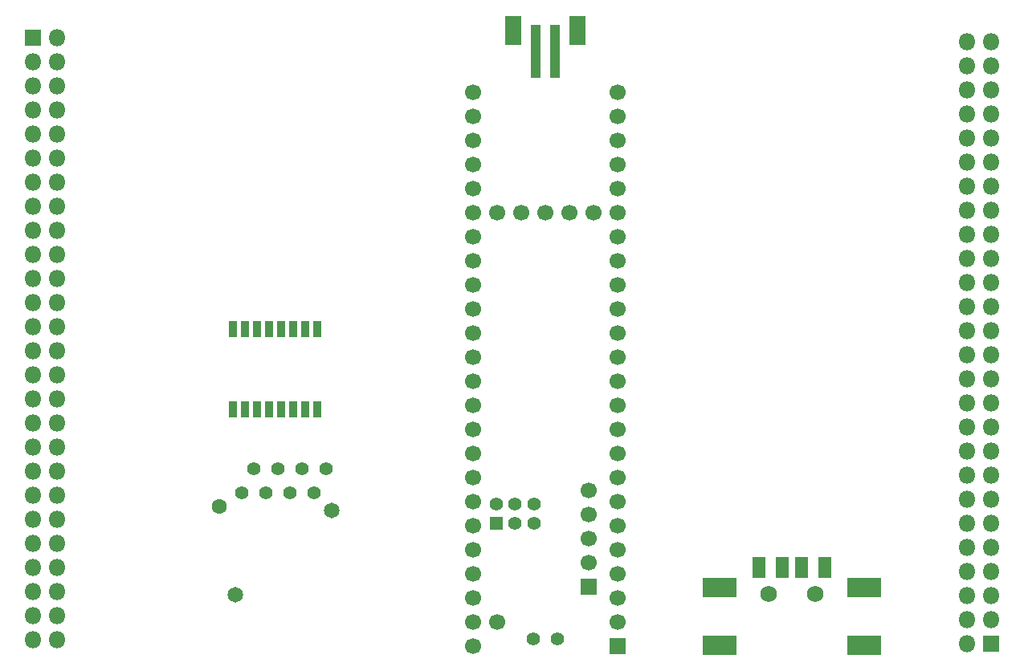
<source format=gbr>
%TF.GenerationSoftware,KiCad,Pcbnew,(5.1.6)-1*%
%TF.CreationDate,2020-08-15T20:42:22+02:00*%
%TF.ProjectId,teensypcbn,7465656e-7379-4706-9362-6e2e6b696361,rev?*%
%TF.SameCoordinates,Original*%
%TF.FileFunction,Soldermask,Top*%
%TF.FilePolarity,Negative*%
%FSLAX46Y46*%
G04 Gerber Fmt 4.6, Leading zero omitted, Abs format (unit mm)*
G04 Created by KiCad (PCBNEW (5.1.6)-1) date 2020-08-15 20:42:22*
%MOMM*%
%LPD*%
G01*
G04 APERTURE LIST*
%ADD10R,1.100000X5.600000*%
%ADD11R,1.700000X3.100000*%
%ADD12R,1.800000X1.800000*%
%ADD13O,1.800000X1.800000*%
%ADD14R,1.350000X2.200000*%
%ADD15R,3.600000X2.100000*%
%ADD16C,1.750000*%
%ADD17C,1.400000*%
%ADD18C,1.600000*%
%ADD19C,1.650000*%
%ADD20R,0.860000X1.750000*%
%ADD21C,1.700000*%
%ADD22R,1.700000X1.700000*%
%ADD23R,1.400000X1.400000*%
G04 APERTURE END LIST*
D10*
%TO.C,BT1*%
X177000000Y-60500000D03*
X179000000Y-60500000D03*
D11*
X174600000Y-58250000D03*
X181400000Y-58250000D03*
%TD*%
D12*
%TO.C,J1*%
X225000000Y-123000000D03*
D13*
X222460000Y-123000000D03*
X225000000Y-120460000D03*
X222460000Y-120460000D03*
X225000000Y-117920000D03*
X222460000Y-117920000D03*
X225000000Y-115380000D03*
X222460000Y-115380000D03*
X225000000Y-112840000D03*
X222460000Y-112840000D03*
X225000000Y-110300000D03*
X222460000Y-110300000D03*
X225000000Y-107760000D03*
X222460000Y-107760000D03*
X225000000Y-105220000D03*
X222460000Y-105220000D03*
X225000000Y-102680000D03*
X222460000Y-102680000D03*
X225000000Y-100140000D03*
X222460000Y-100140000D03*
X225000000Y-97600000D03*
X222460000Y-97600000D03*
X225000000Y-95060000D03*
X222460000Y-95060000D03*
X225000000Y-92520000D03*
X222460000Y-92520000D03*
X225000000Y-89980000D03*
X222460000Y-89980000D03*
X225000000Y-87440000D03*
X222460000Y-87440000D03*
X225000000Y-84900000D03*
X222460000Y-84900000D03*
X225000000Y-82360000D03*
X222460000Y-82360000D03*
X225000000Y-79820000D03*
X222460000Y-79820000D03*
X225000000Y-77280000D03*
X222460000Y-77280000D03*
X225000000Y-74740000D03*
X222460000Y-74740000D03*
X225000000Y-72200000D03*
X222460000Y-72200000D03*
X225000000Y-69660000D03*
X222460000Y-69660000D03*
X225000000Y-67120000D03*
X222460000Y-67120000D03*
X225000000Y-64580000D03*
X222460000Y-64580000D03*
X225000000Y-62040000D03*
X222460000Y-62040000D03*
X225000000Y-59500000D03*
X222460000Y-59500000D03*
%TD*%
%TO.C,J2*%
X126540000Y-122500000D03*
X124000000Y-122500000D03*
X126540000Y-119960000D03*
X124000000Y-119960000D03*
X126540000Y-117420000D03*
X124000000Y-117420000D03*
X126540000Y-114880000D03*
X124000000Y-114880000D03*
X126540000Y-112340000D03*
X124000000Y-112340000D03*
X126540000Y-109800000D03*
X124000000Y-109800000D03*
X126540000Y-107260000D03*
X124000000Y-107260000D03*
X126540000Y-104720000D03*
X124000000Y-104720000D03*
X126540000Y-102180000D03*
X124000000Y-102180000D03*
X126540000Y-99640000D03*
X124000000Y-99640000D03*
X126540000Y-97100000D03*
X124000000Y-97100000D03*
X126540000Y-94560000D03*
X124000000Y-94560000D03*
X126540000Y-92020000D03*
X124000000Y-92020000D03*
X126540000Y-89480000D03*
X124000000Y-89480000D03*
X126540000Y-86940000D03*
X124000000Y-86940000D03*
X126540000Y-84400000D03*
X124000000Y-84400000D03*
X126540000Y-81860000D03*
X124000000Y-81860000D03*
X126540000Y-79320000D03*
X124000000Y-79320000D03*
X126540000Y-76780000D03*
X124000000Y-76780000D03*
X126540000Y-74240000D03*
X124000000Y-74240000D03*
X126540000Y-71700000D03*
X124000000Y-71700000D03*
X126540000Y-69160000D03*
X124000000Y-69160000D03*
X126540000Y-66620000D03*
X124000000Y-66620000D03*
X126540000Y-64080000D03*
X124000000Y-64080000D03*
X126540000Y-61540000D03*
X124000000Y-61540000D03*
X126540000Y-59000000D03*
D12*
X124000000Y-59000000D03*
%TD*%
D14*
%TO.C,J3*%
X200500000Y-114900000D03*
X203000000Y-114900000D03*
X205000000Y-114900000D03*
X207500000Y-114900000D03*
D15*
X211625000Y-117000000D03*
X211625000Y-123100000D03*
X196375000Y-123100000D03*
X196375000Y-117000000D03*
D16*
X201550000Y-117700000D03*
X206450000Y-117700000D03*
%TD*%
D17*
%TO.C,J4*%
X146000000Y-107000000D03*
X147270000Y-104460000D03*
X148540000Y-107000000D03*
X149810000Y-104460000D03*
X151080000Y-107000000D03*
X152350000Y-104460000D03*
X153620000Y-107000000D03*
X154890000Y-104460000D03*
D18*
X143645000Y-108470000D03*
D19*
X155525000Y-108910000D03*
X145365000Y-117800000D03*
%TD*%
D20*
%TO.C,T1*%
X153945000Y-89745000D03*
X152675000Y-89745000D03*
X151405000Y-89745000D03*
X150135000Y-89745000D03*
X148865000Y-89745000D03*
X147595000Y-89745000D03*
X146325000Y-89745000D03*
X145055000Y-89745000D03*
X145055000Y-98255000D03*
X146325000Y-98255000D03*
X147595000Y-98255000D03*
X148865000Y-98255000D03*
X150135000Y-98255000D03*
X151405000Y-98255000D03*
X152675000Y-98255000D03*
X153945000Y-98255000D03*
%TD*%
D21*
%TO.C,U1*%
X172920000Y-120670000D03*
X182569200Y-106750800D03*
X182569200Y-109290800D03*
X182569200Y-111830800D03*
X182569200Y-114370800D03*
D22*
X182569200Y-116910800D03*
D21*
X170380000Y-123210000D03*
X170380000Y-120670000D03*
X170380000Y-118130000D03*
X170380000Y-115590000D03*
X170380000Y-113050000D03*
X170380000Y-110510000D03*
X170380000Y-107970000D03*
X170380000Y-105430000D03*
X170380000Y-102890000D03*
X170380000Y-100350000D03*
X170380000Y-97810000D03*
X170380000Y-95270000D03*
X170380000Y-92730000D03*
X170380000Y-90190000D03*
D22*
X185620000Y-123210000D03*
D21*
X185620000Y-120670000D03*
X185620000Y-118130000D03*
X185620000Y-115590000D03*
X185620000Y-113050000D03*
X185620000Y-110510000D03*
X185620000Y-107970000D03*
X185620000Y-105430000D03*
X185620000Y-102890000D03*
X185620000Y-100350000D03*
X185620000Y-97810000D03*
X185620000Y-95270000D03*
X185620000Y-92730000D03*
X170380000Y-87650000D03*
X170380000Y-85110000D03*
X170380000Y-82570000D03*
X170380000Y-80030000D03*
X170380000Y-77490000D03*
X170380000Y-74950000D03*
X170380000Y-72410000D03*
X170380000Y-69870000D03*
X170380000Y-67330000D03*
X170380000Y-64790000D03*
X185620000Y-64790000D03*
X185620000Y-67330000D03*
X185620000Y-69870000D03*
X185620000Y-72410000D03*
X185620000Y-90190000D03*
X185620000Y-87650000D03*
X185620000Y-85110000D03*
X185620000Y-74950000D03*
X185620000Y-77490000D03*
X185620000Y-80030000D03*
X185620000Y-82570000D03*
D23*
X172818400Y-110240000D03*
D17*
X172818400Y-108240000D03*
X174818400Y-110240000D03*
X174818400Y-108240000D03*
X176818400Y-108240000D03*
X176818400Y-110240000D03*
D21*
X183080000Y-77490000D03*
X180540000Y-77490000D03*
X178000000Y-77490000D03*
X175460000Y-77490000D03*
X172920000Y-77490000D03*
D17*
X179270000Y-122480000D03*
X176730000Y-122480000D03*
%TD*%
M02*

</source>
